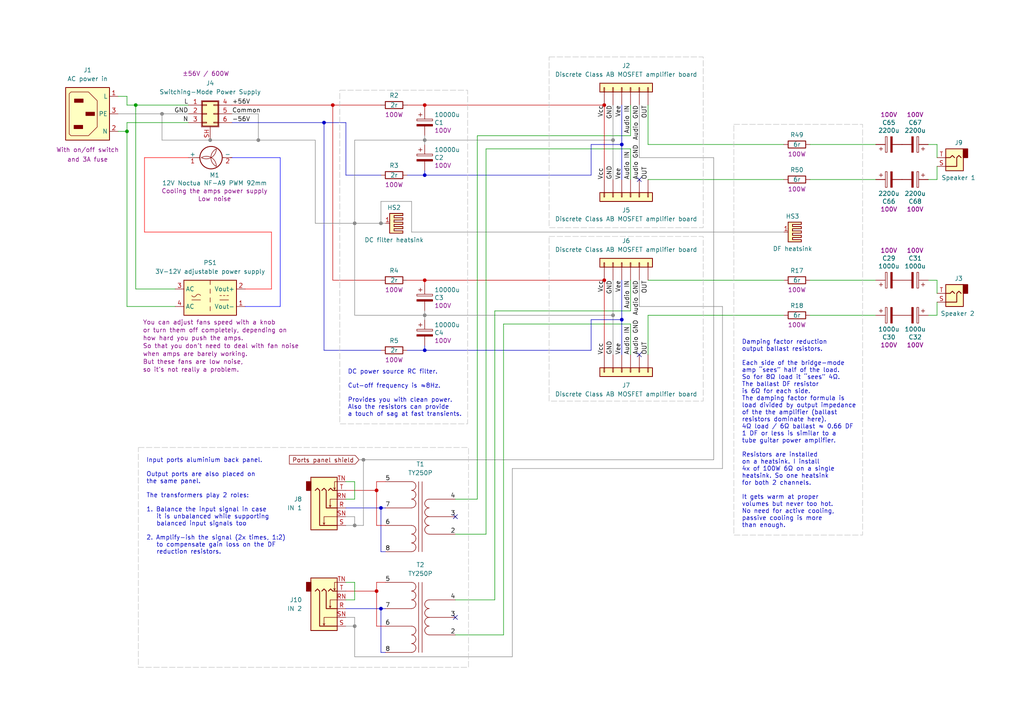
<source format=kicad_sch>
(kicad_sch (version 20250114) (generator "eeschema") (generator_version "9.0")
  (paper "A4")
  (title_block (title "Wenzel’s Powered Guitar Cabinet 2602") (date "February 2026") (rev "r1-wip-1") (comment 2 "installed into a cheap Harley Benton G112 guitar cabinet.") (comment 3 "(IRFP240 & IRFP9240) with damping factor ≲0.66 into 8Ω") (comment 4 "2 bridge-mode discrete Class AB amplifiers with MOSFET output stage"))
  (lib_symbols
    (symbol "Connector:IEC_60320_C14_Receptacle"
      (property "Reference" "J" (at -5.842 8.636 0))
      (property "Value" "IEC_60320_C14_Receptacle" (at 0 -9.144 0))
      (symbol "IEC_60320_C14_Receptacle_1_1"
        (rectangle (start -6.35 7.62) (end 6.35 -7.62) (stroke (width 0.254)) (fill (type background)))
        (polyline (pts (xy -4.826 -6.35) (xy -5.334 -5.842) (xy -5.334 5.842) (xy -4.826 6.35) (xy 0.254 6.35) (xy 2.794 3.81) (xy 2.794 -3.81) (xy 0.254 -6.35) (xy -4.826 -6.35)) (fill (type background)))
        (rectangle (start -3.937 -3.302) (end -1.397 -4.318) (fill (type outline)))
        (rectangle (start -3.81 4.318) (end -1.27 3.302) (fill (type outline)))
        (rectangle (start -0.508 0.508) (end 2.032 -0.508) (fill (type outline)))
        (pin power_in line (at 8.89 5.08 180) (length 2.54) (name "L") (number "1"))
        (pin bidirectional line (at 8.89 0 180) (length 2.54) (name "PE") (number "3"))
        (pin power_in line (at 8.89 -5.08 180) (length 2.54) (name "N") (number "2"))
      )
    )
    (symbol "Connector_Audio:AudioJack2"
      (property "Reference" "J" (at 0 8.89 0))
      (property "Value" "AudioJack2" (at 0 6.35 0))
      (symbol "AudioJack2_0_1"
        (rectangle (start -3.81 0) (end -2.54 -2.54) (stroke (width 0.254)) (fill (type outline)))
        (rectangle (start -2.54 3.81) (end 2.54 -2.54) (stroke (width 0.254)) (fill (type background)))
        (polyline (pts (xy 0 0) (xy 0.635 -0.635) (xy 1.27 0) (xy 2.54 0)) (stroke (width 0.254)))
        (polyline (pts (xy 2.54 2.54) (xy -0.635 2.54) (xy -0.635 0) (xy -1.27 -0.635) (xy -1.905 0)) (stroke (width 0.254)))
      )
      (symbol "AudioJack2_1_1"
        (pin passive line (at 5.08 2.54 180) (length 2.54) (name "~") (number "S"))
        (pin passive line (at 5.08 0 180) (length 2.54) (name "~") (number "T"))
      )
    )
    (symbol "Connector_Audio:AudioJack3_Switch"
      (property "Reference" "J" (at 0 11.43 0))
      (property "Value" "AudioJack3_Switch" (at 0 8.89 0))
      (symbol "AudioJack3_Switch_0_1"
        (rectangle (start -5.08 -5.08) (end -6.35 -7.62) (stroke (width 0.254)) (fill (type outline)))
        (polyline (pts (xy -1.905 -5.08) (xy -1.27 -5.715) (xy -0.635 -5.08) (xy -0.635 0) (xy 2.54 0)) (stroke (width 0.254)))
        (polyline (pts (xy -1.27 4.826) (xy -1.016 4.318)))
        (polyline (pts (xy 0 -5.08) (xy 0.635 -5.715) (xy 1.27 -5.08) (xy 2.54 -5.08)) (stroke (width 0.254)))
        (polyline (pts (xy 0.508 -0.254) (xy 0.762 -0.762)))
        (polyline (pts (xy 1.778 -5.334) (xy 2.032 -5.842)))
        (rectangle (start 2.54 6.35) (end -5.08 -8.89) (stroke (width 0.254)) (fill (type background)))
        (polyline (pts (xy 2.54 5.08) (xy -2.54 5.08) (xy -2.54 -5.08) (xy -3.175 -5.715) (xy -3.81 -5.08)) (stroke (width 0.254)))
        (polyline (pts (xy 2.54 2.54) (xy -1.27 2.54) (xy -1.27 4.826) (xy -1.524 4.318)))
        (polyline (pts (xy 2.54 -2.54) (xy 0.508 -2.54) (xy 0.508 -0.254) (xy 0.254 -0.762)))
        (polyline (pts (xy 2.54 -7.62) (xy 1.778 -7.62) (xy 1.778 -5.334) (xy 1.524 -5.842)))
      )
      (symbol "AudioJack3_Switch_1_1"
        (pin passive line (at 5.08 5.08 180) (length 2.54) (name "~") (number "S"))
        (pin passive line (at 5.08 2.54 180) (length 2.54) (name "~") (number "SN"))
        (pin passive line (at 5.08 0 180) (length 2.54) (name "~") (number "R"))
        (pin passive line (at 5.08 -2.54 180) (length 2.54) (name "~") (number "RN"))
        (pin passive line (at 5.08 -5.08 180) (length 2.54) (name "~") (number "T"))
        (pin passive line (at 5.08 -7.62 180) (length 2.54) (name "~") (number "TN"))
      )
    )
    (symbol "Connector_Generic:Conn_01x06" (pin_numbers (hide yes)) (pin_names (offset 1.016) (hide yes))
      (property "Reference" "J" (at 0 7.62 0))
      (property "Value" "Conn_01x06" (at 0 -10.16 0))
      (symbol "Conn_01x06_1_1"
        (rectangle (start -1.27 6.35) (end 1.27 -8.89) (stroke (width 0.254)) (fill (type background)))
        (rectangle (start -1.27 5.207) (end 0 4.953) (stroke (width 0.1524)))
        (rectangle (start -1.27 2.667) (end 0 2.413) (stroke (width 0.1524)))
        (rectangle (start -1.27 0.127) (end 0 -0.127) (stroke (width 0.1524)))
        (rectangle (start -1.27 -2.413) (end 0 -2.667) (stroke (width 0.1524)))
        (rectangle (start -1.27 -4.953) (end 0 -5.207) (stroke (width 0.1524)))
        (rectangle (start -1.27 -7.493) (end 0 -7.747) (stroke (width 0.1524)))
        (pin passive line (at -5.08 5.08 0) (length 3.81) (name "Pin_1") (number "1"))
        (pin passive line (at -5.08 2.54 0) (length 3.81) (name "Pin_2") (number "2"))
        (pin passive line (at -5.08 0 0) (length 3.81) (name "Pin_3") (number "3"))
        (pin passive line (at -5.08 -2.54 0) (length 3.81) (name "Pin_4") (number "4"))
        (pin passive line (at -5.08 -5.08 0) (length 3.81) (name "Pin_5") (number "5"))
        (pin passive line (at -5.08 -7.62 0) (length 3.81) (name "Pin_6") (number "6"))
      )
    )
    (symbol "Connector_Generic_Shielded:Conn_02x03_Top_Bottom_Shielded" (pin_names (offset 1.016) (hide yes))
      (property "Reference" "J" (at 1.524 4.826 0))
      (property "Value" "Conn_02x03_Top_Bottom_Shielded" (at 2.286 -4.826 0))
      (symbol "Conn_02x03_Top_Bottom_Shielded_1_1"
        (rectangle (start -1.27 3.81) (end 3.81 -3.81) (stroke (width 0.1524)))
        (rectangle (start -1.016 3.556) (end 3.556 -3.556) (stroke (width 0.254)) (fill (type background)))
        (rectangle (start -1.016 2.667) (end 0.254 2.413) (stroke (width 0.1524)))
        (rectangle (start -1.016 0.127) (end 0.254 -0.127) (stroke (width 0.1524)))
        (rectangle (start -1.016 -2.413) (end 0.254 -2.667) (stroke (width 0.1524)))
        (rectangle (start 3.556 2.667) (end 2.286 2.413) (stroke (width 0.1524)))
        (rectangle (start 3.556 0.127) (end 2.286 -0.127) (stroke (width 0.1524)))
        (rectangle (start 3.556 -2.413) (end 2.286 -2.667) (stroke (width 0.1524)))
        (pin passive line (at -5.08 2.54 0) (length 4.064) (name "Pin_1") (number "1"))
        (pin passive line (at -5.08 0 0) (length 4.064) (name "Pin_2") (number "2"))
        (pin passive line (at -5.08 -2.54 0) (length 4.064) (name "Pin_3") (number "3"))
        (pin passive line (at 1.27 -7.62 90) (length 3.81) (name "Shield") (number "SH"))
        (pin passive line (at 7.62 2.54 180) (length 4.064) (name "Pin_4") (number "4"))
        (pin passive line (at 7.62 0 180) (length 4.064) (name "Pin_5") (number "5"))
        (pin passive line (at 7.62 -2.54 180) (length 4.064) (name "Pin_6") (number "6"))
      )
    )
    (symbol "Converter_ACDC:TMLM05112"
      (property "Reference" "PS" (at 0 6.35 0))
      (property "Value" "TMLM05112" (at 0 -6.35 0))
      (symbol "TMLM05112_0_1"
        (rectangle (start -7.62 5.08) (end 7.62 -5.08) (stroke (width 0.254)) (fill (type background)))
        (polyline (pts (xy -5.334 -0.635) (xy -2.794 -0.635)))
        (arc (start -4.064 0.635) (mid -4.699 0.2495) (end -5.334 0.635))
        (arc (start -4.064 0.635) (mid -3.429 1.0072) (end -2.794 0.635))
        (polyline (pts (xy 0 5.08) (xy 0 3.81)))
        (polyline (pts (xy 0 2.54) (xy 0 1.27)))
        (polyline (pts (xy 0 0) (xy 0 -1.27)))
        (polyline (pts (xy 0 -2.54) (xy 0 -3.81)))
        (polyline (pts (xy 2.794 0.635) (xy 3.302 0.635)))
        (polyline (pts (xy 2.794 -0.635) (xy 5.334 -0.635)))
        (polyline (pts (xy 3.81 0.635) (xy 4.318 0.635)))
        (polyline (pts (xy 4.826 0.635) (xy 5.334 0.635)))
      )
      (symbol "TMLM05112_1_1"
        (pin power_in line (at -10.16 2.54 0) (length 2.54) (name "AC") (number "3"))
        (pin power_in line (at -10.16 -2.54 0) (length 2.54) (name "AC") (number "4"))
        (pin power_out line (at 10.16 2.54 180) (length 2.54) (name "Vout+") (number "2"))
        (pin power_out line (at 10.16 -2.54 180) (length 2.54) (name "Vout-") (number "1"))
      )
    )
    (symbol "Device:C_Polarized" (pin_numbers (hide yes)) (pin_names (offset 0.254))
      (property "Reference" "C" (at 0.635 2.54 0))
      (property "Value" "C_Polarized" (at 0.635 -2.54 0))
      (symbol "C_Polarized_0_1"
        (rectangle (start -2.286 0.508) (end 2.286 1.016))
        (polyline (pts (xy -1.778 2.286) (xy -0.762 2.286)))
        (polyline (pts (xy -1.27 2.794) (xy -1.27 1.778)))
        (rectangle (start 2.286 -0.508) (end -2.286 -1.016) (fill (type outline)))
      )
      (symbol "C_Polarized_1_1"
        (pin passive line (at 0 3.81 270) (length 2.794) (name "~") (number "1"))
        (pin passive line (at 0 -3.81 90) (length 2.794) (name "~") (number "2"))
      )
    )
    (symbol "Device:R" (pin_numbers (hide yes)) (pin_names (offset 0))
      (property "Reference" "R" (at 2.032 0 90))
      (property "Value" "R" (at 0 0 90))
      (symbol "R_0_1"
        (rectangle (start -1.016 -2.54) (end 1.016 2.54) (stroke (width 0.254)))
      )
      (symbol "R_1_1"
        (pin passive line (at 0 3.81 270) (length 1.27) (name "~") (number "1"))
        (pin passive line (at 0 -3.81 90) (length 1.27) (name "~") (number "2"))
      )
    )
    (symbol "Device:Transformer_SP_2S" (pin_numbers (hide yes)) (pin_names (offset 1.016) (hide yes))
      (property "Reference" "T" (at 0 12.7 0))
      (property "Value" "Transformer_SP_2S" (at 0 -12.7 0))
      (symbol "Transformer_SP_2S_0_1"
        (arc (start -1.27 3.81) (mid -1.656 2.9336) (end -2.54 2.5654))
        (arc (start -1.27 1.27) (mid -1.656 0.3936) (end -2.54 0.0254))
        (arc (start -1.27 -1.27) (mid -1.656 -2.1464) (end -2.54 -2.5146))
        (arc (start -1.27 -3.81) (mid -1.656 -4.6864) (end -2.54 -5.0546))
        (arc (start -2.54 5.08) (mid -1.642 4.708) (end -1.27 3.81))
        (arc (start -2.54 2.54) (mid -1.642 2.168) (end -1.27 1.27))
        (arc (start -2.54 0) (mid -1.642 -0.372) (end -1.27 -1.27))
        (arc (start -2.54 -2.54) (mid -1.642 -2.912) (end -1.27 -3.81))
        (polyline (pts (xy -0.508 -10.16) (xy -0.508 10.16)))
        (polyline (pts (xy 0.508 10.16) (xy 0.508 -10.16)))
        (arc (start 1.2954 8.89) (mid 1.6457 9.7917) (end 2.54 10.16))
        (arc (start 1.2954 6.35) (mid 1.6457 7.2517) (end 2.54 7.62))
        (arc (start 1.2954 3.81) (mid 1.6457 4.7117) (end 2.54 5.08))
        (arc (start 1.2954 -3.81) (mid 1.6457 -2.9083) (end 2.54 -2.54))
        (arc (start 1.2954 -6.35) (mid 1.6457 -5.4483) (end 2.54 -5.08))
        (arc (start 1.2954 -8.89) (mid 1.6457 -7.9883) (end 2.54 -7.62))
        (arc (start 2.54 7.6454) (mid 1.6599 8.0099) (end 1.2954 8.89))
        (arc (start 2.54 5.1054) (mid 1.6599 5.4699) (end 1.2954 6.35))
        (arc (start 2.54 2.5654) (mid 1.6599 2.9299) (end 1.2954 3.81))
        (arc (start 2.54 -5.0546) (mid 1.6599 -4.6901) (end 1.2954 -3.81))
        (arc (start 2.54 -7.5946) (mid 1.6599 -7.2301) (end 1.2954 -6.35))
        (arc (start 2.54 -10.1346) (mid 1.6599 -9.7701) (end 1.2954 -8.89))
      )
      (symbol "Transformer_SP_2S_1_1"
        (pin passive line (at -10.16 5.08 0) (length 7.62) (name "IN+") (number "1"))
        (pin passive line (at -10.16 0 0) (length 7.62) (name "PM") (number "2"))
        (pin passive line (at -10.16 -5.08 0) (length 7.62) (name "IN-") (number "3"))
        (pin passive line (at 10.16 10.16 180) (length 7.62) (name "OUT1A") (number "4"))
        (pin passive line (at 10.16 2.54 180) (length 7.62) (name "OUT1B") (number "5"))
        (pin passive line (at 10.16 -2.54 180) (length 7.62) (name "OUT2A") (number "6"))
        (pin passive line (at 10.16 -10.16 180) (length 7.62) (name "OUT2B") (number "7"))
      )
    )
    (symbol "Mechanical:Heatsink_Pad" (pin_names (offset 0))
      (property "Reference" "HS" (at 0 5.715 0))
      (property "Value" "Heatsink_Pad" (at 0 3.81 0))
      (symbol "Heatsink_Pad_0_1"
        (polyline (pts (xy -0.3302 0) (xy -0.9652 0) (xy -0.9652 2.54) (xy -1.6002 2.54) (xy -1.6002 0) (xy -2.2352 0) (xy -2.2352 2.54) (xy -2.8702 2.54) (xy -2.8702 -1.27) (xy -0.9652 -1.27)) (stroke (width 0.254)) (fill (type background)))
        (polyline (pts (xy -0.3302 0) (xy -0.3302 2.54) (xy 0.3048 2.54) (xy 0.3048 0) (xy 0.9398 0) (xy 0.9398 2.54) (xy 1.5748 2.54) (xy 1.5748 0) (xy 2.2098 0) (xy 2.2098 2.54) (xy 2.8448 2.54) (xy 2.8448 -1.27) (xy -0.9652 -1.27)) (stroke (width 0.254)) (fill (type background)))
      )
      (symbol "Heatsink_Pad_1_1"
        (pin passive line (at 0 -2.54 90) (length 1.27) (name "~") (number "1"))
      )
    )
    (symbol "Motor:Fan" (pin_names (offset 0))
      (property "Reference" "M" (at 2.54 5.08 0))
      (property "Value" "Fan" (at 2.54 -2.54 0))
      (symbol "Fan_0_1"
        (arc (start 0 3.81) (mid -0.0015 0.9048) (end -2.54 -0.508))
        (polyline (pts (xy 0 4.572) (xy 0 5.08)))
        (polyline (pts (xy 0 4.2672) (xy 0 4.6228)))
        (circle (center 0 1.016) (radius 3.2512) (stroke (width 0.254)))
        (arc (start -2.54 -0.508) (mid 0 1.0618) (end 2.54 -0.508))
        (polyline (pts (xy 0 -2.2352) (xy 0 -2.6416)))
        (polyline (pts (xy 0 -5.08) (xy 0 -4.572)))
        (arc (start 2.54 -0.508) (mid 0.047 0.9315) (end 0 3.81))
      )
      (symbol "Fan_1_1"
        (pin passive line (at 0 7.62 270) (length 2.54) (name "+") (number "1"))
        (pin passive line (at 0 -5.08 90) (length 2.54) (name "-") (number "2"))
      )
    )
  )
  (rectangle (start 159.258 68.58) (end 203.962 116.332) (stroke (width 0) (type dash) (color 194 194 194 1)))
  (rectangle (start 40.132 129.794) (end 135.89 193.548) (stroke (width 0) (type dash) (color 194 194 194 1)))
  (rectangle (start 98.552 26.162) (end 135.636 122.936) (stroke (width 0) (type dash) (color 194 194 194 1)))
  (rectangle (start 159.258 16.51) (end 203.962 66.04) (stroke (width 0) (type dash) (color 194 194 194 1)))
  (rectangle (start 212.852 36.068) (end 250.19 155.194) (stroke (width 0) (type dash) (color 194 194 194 1)))
  (text "DC power source RC filter.\n\nCut-off frequency is ≈8Hz.\n\nProvides you with clean power.\nAlso the resistors can provide\na touch of sag at fast transients." (at 100.838 107.188 0) (effects (font (size 1.27 1.27)) (justify left top)))
  (text "Input ports aluminium back panel.\n\nOutput ports are also placed on\nthe same panel.\n\nThe transformers play 2 roles:\n\n1. Balance the input signal in case\n   it is unbalanced while supporting\n   balanced input signals too\n\n2. Amplify-ish the signal (2x times, 1:2)\n   to compensate gain loss on the DF\n   reduction resistors." (at 42.418 132.842 0) (effects (font (size 1.27 1.27)) (justify left top)))
  (text "Damping factor reduction\noutput ballast resistors.\n\nEach side of the bridge-mode\namp “sees” half of the load.\nSo for 8Ω load it “sees” 4Ω.\nThe ballast DF resistor\nis 6Ω for each side.\nThe damping factor formula is\nload divided by output impedance\nof the the amplifier (ballast\nresistors dominate here).\n4Ω load / 6Ω ballast ≈ 0.66 DF\n1 DF or less is similar to a\ntube guitar power amplifier.\n\nResistors are installed\non a heatsink. I install\n4x of 100W 6Ω on a single\nheatsink. So one heatsink\nfor both 2 channels.\n\nIt gets warm at proper\nvolumes but never too hot.\nNo need for active cooling,\npassive cooling is more\nthan enough." (at 215.138 98.552 0) (effects (font (size 1.27 1.27)) (justify left top)))
  (junction (at 102.87 152.4) (color 132 132 132 1))
  (junction (at 123.19 50.8) (color 0 0 194 1))
  (junction (at 123.19 40.64) (color 132 132 132 1))
  (junction (at 175.26 30.48) (color 194 0 0 1))
  (junction (at 180.34 92.71) (color 0 0 194 1))
  (junction (at 123.19 30.48) (color 194 0 0 1))
  (junction (at 109.22 171.45) (color 194 0 0 1))
  (junction (at 102.87 64.77) (color 132 132 132 1))
  (junction (at 74.93 40.64) (color 132 132 132 1))
  (junction (at 175.26 81.28) (color 194 0 0 1))
  (junction (at 39.37 30.48))
  (junction (at 93.98 35.56) (color 0 0 194 1))
  (junction (at 60.96 40.64) (color 132 132 132 1))
  (junction (at 123.19 91.44) (color 132 132 132 1))
  (junction (at 123.19 101.6) (color 0 0 194 1))
  (junction (at 123.19 81.28) (color 194 0 0 1))
  (junction (at 180.34 41.91) (color 0 0 194 1))
  (junction (at 110.49 147.32) (color 0 0 194 1))
  (junction (at 36.83 38.1))
  (junction (at 102.87 181.61) (color 132 132 132 1))
  (junction (at 105.41 133.35) (color 132 132 132 1))
  (junction (at 177.8 40.64) (color 132 132 132 1))
  (junction (at 96.52 30.48) (color 194 0 0 1))
  (junction (at 177.8 91.44) (color 132 132 132 1))
  (junction (at 109.22 142.24) (color 194 0 0 1))
  (junction (at 110.49 64.77) (color 132 132 132 1))
  (junction (at 110.49 176.53) (color 0 0 194 1))
  (junction (at 46.99 33.02) (color 132 132 132 1))
  (no_connect (at 132.08 149.86))
  (no_connect (at 185.42 52.07))
  (no_connect (at 185.42 102.87))
  (no_connect (at 132.08 179.07))
  (wire (pts (xy 100.33 179.07) (xy 102.87 179.07)) (stroke (width 0) (color 132 132 132 1)))
  (wire (pts (xy 271.78 91.44) (xy 269.24 91.44)))
  (wire (pts (xy 110.49 50.8) (xy 100.33 50.8)) (stroke (width 0) (color 0 0 194 1)))
  (wire (pts (xy 105.41 133.35) (xy 105.41 152.4)) (stroke (width 0) (color 132 132 132 1)))
  (wire (pts (xy 109.22 142.24) (xy 109.22 139.7)) (stroke (width 0) (color 194 0 0 1)))
  (wire (pts (xy 104.14 133.35) (xy 105.41 133.35)) (stroke (width 0) (color 132 132 132 1)))
  (wire (pts (xy 138.43 39.37) (xy 138.43 144.78)))
  (wire (pts (xy 50.8 83.82) (xy 39.37 83.82)))
  (wire (pts (xy 102.87 64.77) (xy 91.44 64.77)) (stroke (width 0) (color 132 132 132 1)))
  (wire (pts (xy 111.76 152.4) (xy 109.22 152.4)) (stroke (width 0) (color 194 0 0 1)))
  (wire (pts (xy 109.22 181.61) (xy 109.22 171.45)) (stroke (width 0) (color 194 0 0 1)))
  (wire (pts (xy 185.42 81.28) (xy 185.42 88.9)) (stroke (width 0) (color 132 132 132 1)))
  (wire (pts (xy 209.55 135.89) (xy 148.59 135.89)) (stroke (width 0) (color 132 132 132 1)))
  (wire (pts (xy 177.8 91.44) (xy 177.8 81.28)) (stroke (width 0) (color 132 132 132 1)))
  (wire (pts (xy 102.87 149.86) (xy 102.87 152.4)) (stroke (width 0) (color 132 132 132 1)))
  (wire (pts (xy 102.87 173.99) (xy 102.87 168.91)))
  (wire (pts (xy 146.05 184.15) (xy 132.08 184.15)))
  (wire (pts (xy 171.45 92.71) (xy 180.34 92.71)) (stroke (width 0) (color 0 0 194 1)))
  (wire (pts (xy 123.19 81.28) (xy 123.19 82.55)) (stroke (width 0) (color 194 0 0 1)))
  (wire (pts (xy 100.33 173.99) (xy 102.87 173.99)))
  (wire (pts (xy 102.87 64.77) (xy 110.49 64.77)) (stroke (width 0) (color 132 132 132 1)))
  (wire (pts (xy 36.83 38.1) (xy 36.83 35.56)))
  (wire (pts (xy 123.19 41.91) (xy 123.19 40.64)) (stroke (width 0) (color 132 132 132 1)))
  (wire (pts (xy 102.87 168.91) (xy 100.33 168.91)))
  (wire (pts (xy 110.49 101.6) (xy 93.98 101.6)) (stroke (width 0) (color 0 0 194 1)))
  (wire (pts (xy 177.8 40.64) (xy 177.8 30.48)) (stroke (width 0) (color 132 132 132 1)))
  (wire (pts (xy 182.88 30.48) (xy 182.88 39.37)))
  (wire (pts (xy 175.26 30.48) (xy 175.26 52.07)) (stroke (width 0) (color 194 0 0 1)))
  (wire (pts (xy 182.88 102.87) (xy 182.88 93.98)))
  (wire (pts (xy 209.55 88.9) (xy 209.55 135.89)) (stroke (width 0) (color 132 132 132 1)))
  (wire (pts (xy 271.78 45.72) (xy 271.78 41.91)))
  (wire (pts (xy 207.01 45.72) (xy 207.01 133.35)) (stroke (width 0) (color 132 132 132 1)))
  (wire (pts (xy 119.38 58.42) (xy 110.49 58.42)) (stroke (width 0) (color 132 132 132 1)))
  (wire (pts (xy 111.76 147.32) (xy 110.49 147.32)) (stroke (width 0) (color 0 0 194 1)))
  (wire (pts (xy 185.42 45.72) (xy 207.01 45.72)) (stroke (width 0) (color 132 132 132 1)))
  (wire (pts (xy 180.34 41.91) (xy 180.34 30.48)) (stroke (width 0) (color 0 0 194 1)))
  (wire (pts (xy 100.33 142.24) (xy 109.22 142.24)) (stroke (width 0) (color 194 0 0 1)))
  (wire (pts (xy 180.34 92.71) (xy 180.34 81.28)) (stroke (width 0) (color 0 0 194 1)))
  (wire (pts (xy 119.38 67.31) (xy 227.33 67.31)) (stroke (width 0) (color 132 132 132 1)))
  (wire (pts (xy 102.87 139.7) (xy 100.33 139.7)))
  (wire (pts (xy 60.96 40.64) (xy 74.93 40.64)) (stroke (width 0) (color 132 132 132 1)))
  (wire (pts (xy 71.12 88.9) (xy 81.28 88.9)) (stroke (width 0) (color 0 0 255 0.5)))
  (wire (pts (xy 123.19 40.64) (xy 123.19 39.37)) (stroke (width 0) (color 132 132 132 1)))
  (wire (pts (xy 36.83 88.9) (xy 36.83 38.1)))
  (wire (pts (xy 123.19 40.64) (xy 177.8 40.64)) (stroke (width 0) (color 132 132 132 1)))
  (wire (pts (xy 207.01 133.35) (xy 105.41 133.35)) (stroke (width 0) (color 132 132 132 1)))
  (wire (pts (xy 185.42 30.48) (xy 185.42 45.72)) (stroke (width 0) (color 132 132 132 1)))
  (wire (pts (xy 119.38 67.31) (xy 119.38 58.42)) (stroke (width 0) (color 132 132 132 1)))
  (wire (pts (xy 39.37 30.48) (xy 54.61 30.48)))
  (wire (pts (xy 227.33 91.44) (xy 187.96 91.44)))
  (wire (pts (xy 50.8 88.9) (xy 36.83 88.9)))
  (wire (pts (xy 41.91 45.72) (xy 54.61 45.72)) (stroke (width 0) (color 255 0 0 0.5)))
  (wire (pts (xy 102.87 91.44) (xy 123.19 91.44)) (stroke (width 0) (color 132 132 132 1)))
  (wire (pts (xy 143.51 173.99) (xy 132.08 173.99)))
  (wire (pts (xy 109.22 168.91) (xy 111.76 168.91)) (stroke (width 0) (color 194 0 0 1)))
  (wire (pts (xy 143.51 90.17) (xy 143.51 173.99)))
  (wire (pts (xy 234.95 91.44) (xy 254 91.44)))
  (wire (pts (xy 171.45 101.6) (xy 171.45 92.71)) (stroke (width 0) (color 0 0 194 1)))
  (wire (pts (xy 91.44 64.77) (xy 91.44 40.64)) (stroke (width 0) (color 132 132 132 1)))
  (wire (pts (xy 102.87 40.64) (xy 123.19 40.64)) (stroke (width 0) (color 132 132 132 1)))
  (wire (pts (xy 123.19 30.48) (xy 175.26 30.48)) (stroke (width 0) (color 194 0 0 1)))
  (wire (pts (xy 110.49 176.53) (xy 110.49 189.23)) (stroke (width 0) (color 0 0 194 1)))
  (wire (pts (xy 96.52 30.48) (xy 110.49 30.48)) (stroke (width 0) (color 194 0 0 1)))
  (wire (pts (xy 123.19 50.8) (xy 171.45 50.8)) (stroke (width 0) (color 0 0 194 1)))
  (wire (pts (xy 100.33 171.45) (xy 109.22 171.45)) (stroke (width 0) (color 194 0 0 1)))
  (wire (pts (xy 175.26 81.28) (xy 175.26 102.87)) (stroke (width 0) (color 194 0 0 1)))
  (wire (pts (xy 123.19 50.8) (xy 123.19 49.53)) (stroke (width 0) (color 0 0 194 1)))
  (wire (pts (xy 182.88 39.37) (xy 138.43 39.37)))
  (wire (pts (xy 123.19 81.28) (xy 175.26 81.28)) (stroke (width 0) (color 194 0 0 1)))
  (wire (pts (xy 102.87 179.07) (xy 102.87 181.61)) (stroke (width 0) (color 132 132 132 1)))
  (wire (pts (xy 110.49 81.28) (xy 96.52 81.28)) (stroke (width 0) (color 194 0 0 1)))
  (wire (pts (xy 271.78 41.91) (xy 269.24 41.91)))
  (wire (pts (xy 100.33 147.32) (xy 110.49 147.32)) (stroke (width 0) (color 0 0 194 1)))
  (wire (pts (xy 71.12 83.82) (xy 78.74 83.82)) (stroke (width 0) (color 255 0 0 0.5)))
  (wire (pts (xy 171.45 50.8) (xy 171.45 41.91)) (stroke (width 0) (color 0 0 194 1)))
  (wire (pts (xy 102.87 152.4) (xy 100.33 152.4)) (stroke (width 0) (color 132 132 132 1)))
  (wire (pts (xy 36.83 27.94) (xy 36.83 30.48)))
  (wire (pts (xy 123.19 101.6) (xy 171.45 101.6)) (stroke (width 0) (color 0 0 194 1)))
  (wire (pts (xy 187.96 91.44) (xy 187.96 102.87)))
  (wire (pts (xy 78.74 67.31) (xy 41.91 67.31)) (stroke (width 0) (color 255 0 0 0.5)))
  (wire (pts (xy 123.19 91.44) (xy 177.8 91.44)) (stroke (width 0) (color 132 132 132 1)))
  (wire (pts (xy 34.29 27.94) (xy 36.83 27.94)))
  (wire (pts (xy 109.22 139.7) (xy 111.76 139.7)) (stroke (width 0) (color 194 0 0 1)))
  (wire (pts (xy 234.95 41.91) (xy 254 41.91)))
  (wire (pts (xy 100.33 144.78) (xy 102.87 144.78)))
  (wire (pts (xy 138.43 144.78) (xy 132.08 144.78)))
  (wire (pts (xy 118.11 101.6) (xy 123.19 101.6)) (stroke (width 0) (color 0 0 194 1)))
  (wire (pts (xy 93.98 35.56) (xy 67.31 35.56)) (stroke (width 0) (color 0 0 194 1)))
  (wire (pts (xy 118.11 81.28) (xy 123.19 81.28)) (stroke (width 0) (color 194 0 0 1)))
  (wire (pts (xy 102.87 144.78) (xy 102.87 139.7)))
  (wire (pts (xy 110.49 58.42) (xy 110.49 64.77)) (stroke (width 0) (color 132 132 132 1)))
  (wire (pts (xy 102.87 64.77) (xy 102.87 40.64)) (stroke (width 0) (color 132 132 132 1)))
  (wire (pts (xy 234.95 52.07) (xy 254 52.07)))
  (wire (pts (xy 182.88 52.07) (xy 182.88 43.18)))
  (wire (pts (xy 96.52 81.28) (xy 96.52 30.48)) (stroke (width 0) (color 194 0 0 1)))
  (wire (pts (xy 36.83 30.48) (xy 39.37 30.48)))
  (wire (pts (xy 148.59 190.5) (xy 102.87 190.5)) (stroke (width 0) (color 132 132 132 1)))
  (wire (pts (xy 41.91 67.31) (xy 41.91 45.72)) (stroke (width 0) (color 255 0 0 0.5)))
  (wire (pts (xy 227.33 41.91) (xy 187.96 41.91)))
  (wire (pts (xy 110.49 160.02) (xy 111.76 160.02)) (stroke (width 0) (color 0 0 194 1)))
  (wire (pts (xy 102.87 181.61) (xy 100.33 181.61)) (stroke (width 0) (color 132 132 132 1)))
  (wire (pts (xy 109.22 152.4) (xy 109.22 142.24)) (stroke (width 0) (color 194 0 0 1)))
  (wire (pts (xy 100.33 149.86) (xy 102.87 149.86)) (stroke (width 0) (color 132 132 132 1)))
  (wire (pts (xy 111.76 176.53) (xy 110.49 176.53)) (stroke (width 0) (color 0 0 194 1)))
  (wire (pts (xy 34.29 33.02) (xy 46.99 33.02)) (stroke (width 0) (color 132 132 132 1)))
  (wire (pts (xy 46.99 33.02) (xy 54.61 33.02)) (stroke (width 0) (color 132 132 132 1)))
  (wire (pts (xy 185.42 88.9) (xy 209.55 88.9)) (stroke (width 0) (color 132 132 132 1)))
  (wire (pts (xy 148.59 135.89) (xy 148.59 190.5)) (stroke (width 0) (color 132 132 132 1)))
  (wire (pts (xy 187.96 41.91) (xy 187.96 30.48)))
  (wire (pts (xy 78.74 67.31) (xy 78.74 83.82)) (stroke (width 0) (color 255 0 0 0.5)))
  (wire (pts (xy 74.93 33.02) (xy 67.31 33.02)) (stroke (width 0) (color 132 132 132 1)))
  (wire (pts (xy 100.33 176.53) (xy 110.49 176.53)) (stroke (width 0) (color 0 0 194 1)))
  (wire (pts (xy 34.29 38.1) (xy 36.83 38.1)))
  (wire (pts (xy 180.34 41.91) (xy 180.34 52.07)) (stroke (width 0) (color 0 0 194 1)))
  (wire (pts (xy 123.19 30.48) (xy 123.19 31.75)) (stroke (width 0) (color 194 0 0 1)))
  (wire (pts (xy 111.76 181.61) (xy 109.22 181.61)) (stroke (width 0) (color 194 0 0 1)))
  (wire (pts (xy 187.96 52.07) (xy 227.33 52.07)))
  (wire (pts (xy 234.95 81.28) (xy 254 81.28)))
  (wire (pts (xy 271.78 52.07) (xy 269.24 52.07)))
  (wire (pts (xy 110.49 189.23) (xy 111.76 189.23)) (stroke (width 0) (color 0 0 194 1)))
  (wire (pts (xy 171.45 41.91) (xy 180.34 41.91)) (stroke (width 0) (color 0 0 194 1)))
  (wire (pts (xy 105.41 152.4) (xy 102.87 152.4)) (stroke (width 0) (color 132 132 132 1)))
  (wire (pts (xy 146.05 93.98) (xy 146.05 184.15)))
  (wire (pts (xy 81.28 45.72) (xy 81.28 88.9)) (stroke (width 0) (color 0 0 255 0.5)))
  (wire (pts (xy 123.19 90.17) (xy 123.19 91.44)) (stroke (width 0) (color 132 132 132 1)))
  (wire (pts (xy 118.11 30.48) (xy 123.19 30.48)) (stroke (width 0) (color 194 0 0 1)))
  (wire (pts (xy 180.34 92.71) (xy 180.34 102.87)) (stroke (width 0) (color 0 0 194 1)))
  (wire (pts (xy 227.33 81.28) (xy 187.96 81.28)))
  (wire (pts (xy 111.76 64.77) (xy 110.49 64.77)) (stroke (width 0) (color 132 132 132 1)))
  (wire (pts (xy 123.19 101.6) (xy 123.19 100.33)) (stroke (width 0) (color 0 0 194 1)))
  (wire (pts (xy 74.93 40.64) (xy 91.44 40.64)) (stroke (width 0) (color 132 132 132 1)))
  (wire (pts (xy 67.31 30.48) (xy 96.52 30.48)) (stroke (width 0) (color 194 0 0 1)))
  (wire (pts (xy 271.78 81.28) (xy 269.24 81.28)))
  (wire (pts (xy 110.49 147.32) (xy 110.49 160.02)) (stroke (width 0) (color 0 0 194 1)))
  (wire (pts (xy 102.87 64.77) (xy 102.87 91.44)) (stroke (width 0) (color 132 132 132 1)))
  (wire (pts (xy 46.99 40.64) (xy 60.96 40.64)) (stroke (width 0) (color 132 132 132 1)))
  (wire (pts (xy 177.8 91.44) (xy 177.8 102.87)) (stroke (width 0) (color 132 132 132 1)))
  (wire (pts (xy 100.33 35.56) (xy 93.98 35.56)) (stroke (width 0) (color 0 0 194 1)))
  (wire (pts (xy 271.78 85.09) (xy 271.78 81.28)))
  (wire (pts (xy 271.78 48.26) (xy 271.78 52.07)))
  (wire (pts (xy 39.37 83.82) (xy 39.37 30.48)))
  (wire (pts (xy 100.33 50.8) (xy 100.33 35.56)) (stroke (width 0) (color 0 0 194 1)))
  (wire (pts (xy 123.19 91.44) (xy 123.19 92.71)) (stroke (width 0) (color 132 132 132 1)))
  (wire (pts (xy 182.88 93.98) (xy 146.05 93.98)))
  (wire (pts (xy 102.87 190.5) (xy 102.87 181.61)) (stroke (width 0) (color 132 132 132 1)))
  (wire (pts (xy 81.28 45.72) (xy 67.31 45.72)) (stroke (width 0) (color 0 0 255 0.5)))
  (wire (pts (xy 177.8 40.64) (xy 177.8 52.07)) (stroke (width 0) (color 132 132 132 1)))
  (wire (pts (xy 36.83 35.56) (xy 54.61 35.56)))
  (wire (pts (xy 46.99 33.02) (xy 46.99 40.64)) (stroke (width 0) (color 132 132 132 1)))
  (wire (pts (xy 140.97 43.18) (xy 140.97 154.94)))
  (wire (pts (xy 182.88 90.17) (xy 143.51 90.17)))
  (wire (pts (xy 271.78 87.63) (xy 271.78 91.44)))
  (wire (pts (xy 93.98 101.6) (xy 93.98 35.56)) (stroke (width 0) (color 0 0 194 1)))
  (wire (pts (xy 118.11 50.8) (xy 123.19 50.8)) (stroke (width 0) (color 0 0 194 1)))
  (wire (pts (xy 74.93 40.64) (xy 74.93 33.02)) (stroke (width 0) (color 132 132 132 1)))
  (wire (pts (xy 140.97 154.94) (xy 132.08 154.94)))
  (wire (pts (xy 182.88 43.18) (xy 140.97 43.18)))
  (wire (pts (xy 109.22 171.45) (xy 109.22 168.91)) (stroke (width 0) (color 194 0 0 1)))
  (wire (pts (xy 182.88 81.28) (xy 182.88 90.17)))
  (label "2" (at 132.08 184.15 180))
  (label "OUT" (at 187.96 30.48 270))
  (label "GND" (at 177.8 102.87 90))
  (label "Audio GND" (at 185.42 102.87 90))
  (label "Vee" (at 180.34 30.48 270))
  (label "N" (at 54.61 35.56 180))
  (label "Audio IN" (at 182.88 102.87 90))
  (label "Vee" (at 180.34 52.07 90))
  (label "5" (at 111.76 168.91 0))
  (label "-56V" (at 67.31 35.56 0))
  (label "Audio IN" (at 182.88 81.28 270))
  (label "6" (at 111.76 181.61 0))
  (label "2" (at 132.08 154.94 180))
  (label "Audio GND" (at 185.42 81.28 270))
  (label "Vee" (at 180.34 102.87 90))
  (label "Common" (at 67.31 33.02 0))
  (label "4" (at 132.08 173.99 180))
  (label "3" (at 132.08 149.86 180))
  (label "Vee" (at 180.34 81.28 270))
  (label "GND" (at 177.8 30.48 270))
  (label "5" (at 111.76 139.7 0))
  (label "7" (at 111.76 176.53 0))
  (label "8" (at 111.76 189.23 0))
  (label "Audio GND" (at 185.42 30.48 270))
  (label "Vcc" (at 175.26 52.07 90))
  (label "3" (at 132.08 179.07 180))
  (label "GND" (at 54.61 33.02 180))
  (label "7" (at 111.76 147.32 0))
  (label "Vcc" (at 175.26 102.87 90))
  (label "GND" (at 177.8 81.28 270))
  (label "L" (at 54.61 30.48 180))
  (label "OUT" (at 187.96 81.28 270))
  (label "Audio IN" (at 182.88 52.07 90))
  (label "Audio IN" (at 182.88 30.48 270))
  (label "OUT" (at 187.96 102.87 90))
  (label "GND" (at 177.8 52.07 90))
  (label "4" (at 132.08 144.78 180))
  (label "Audio GND" (at 185.42 52.07 90))
  (label "+56V" (at 67.31 30.48 0))
  (label "Vcc" (at 175.26 81.28 270))
  (label "8" (at 111.76 160.02 0))
  (label "OUT" (at 187.96 52.07 90))
  (label "Vcc" (at 175.26 30.48 270))
  (label "6" (at 111.76 152.4 0))
  (global_label "Ports panel shield" (shape input) (at 104.14 133.35 180) (property "Intersheetrefs" "${INTERSHEET_REFS}" (effects (hide yes))))
  (symbol (lib_id "Device:C_Polarized") (at 123.19 45.72 0) (unit 1)
    (property "Reference" "C2" (at 125.984 45.72 0) (effects (justify left)))
    (property "Value" "10000u" (at 125.984 43.434 0) (effects (justify left)))
    (property "Description" "Polarized capacitor" (effects (hide yes)))
    (property "Field5" "100V" (at 125.984 48.006 0) (effects (justify left)))
  )
  (symbol (lib_id "Device:R") (at 114.3 30.48 270) (unit 1)
    (property "Reference" "R2" (at 114.3 27.686 90))
    (property "Value" "2r" (at 114.3 30.48 90))
    (property "Description" "Resistor" (effects (hide yes)))
    (property "Field5" "100W" (at 114.3 33.274 90))
  )
  (symbol (lib_id "Motor:Fan") (at 62.23 45.72 90) (unit 1)
    (property "Reference" "M1" (at 62.23 50.8 90))
    (property "Value" "12V Noctua NF-A9 PWM 92mm" (at 62.23 53.086 90))
    (property "Description" "Fan" (effects (hide yes)))
    (property "Field5" "Cooling the amps power supply" (at 62.23 55.372 90))
    (property "Field6" "Low noise" (at 62.23 57.658 90))
  )
  (symbol (lib_id "Connector_Audio:AudioJack3_Switch") (at 95.25 147.32 0) (mirror x) (unit 1)
    (property "Reference" "J8" (at 87.63 144.7799 0) (effects (justify right)))
    (property "Value" "IN 1" (at 87.63 147.3199 0) (effects (justify right)))
    (property "Description" "Audio Jack, 3 Poles (Stereo / TRS), Switched Poles (Normalling)" (effects (hide yes)))
  )
  (symbol (lib_id "Device:Transformer_SP_2S") (at 121.92 149.86 0) (mirror y) (unit 1)
    (property "Reference" "T1" (at 121.92 134.62 0))
    (property "Value" "TY250P" (at 121.92 137.16 0))
    (property "Description" "Transformer, split primary, dual secondary" (effects (hide yes)))
  )
  (symbol (lib_id "Device:C_Polarized") (at 265.43 41.91 270) (mirror x) (unit 1)
    (property "Reference" "C67" (at 265.43 35.56 90))
    (property "Value" "2200u" (at 265.43 37.846 90))
    (property "Description" "Polarized capacitor" (effects (hide yes)))
    (property "Field5" "100V" (at 265.43 33.274 90))
  )
  (symbol (lib_id "Connector_Generic:Conn_01x06") (at 182.88 107.95 270) (unit 1)
    (property "Reference" "J7" (at 181.61 111.76 90))
    (property "Value" "Discrete Class AB MOSFET amplifier board" (at 181.61 114.3 90))
    (property "Description" "Generic connector, single row, 01x06, script generated (kicad-library-utils/schlib/autogen/connector/)" (effects (hide yes)))
  )
  (symbol (lib_id "Device:R") (at 231.14 91.44 270) (unit 1)
    (property "Reference" "R18" (at 231.14 88.646 90))
    (property "Value" "6r" (at 231.14 91.44 90))
    (property "Description" "Resistor" (effects (hide yes)))
    (property "Field5" "100W" (at 231.14 94.234 90))
  )
  (symbol (lib_id "Device:R") (at 114.3 101.6 270) (unit 1)
    (property "Reference" "R5" (at 114.3 98.806 90))
    (property "Value" "2r" (at 114.3 101.6 90))
    (property "Description" "Resistor" (effects (hide yes)))
    (property "Field5" "100W" (at 114.3 104.394 90))
  )
  (symbol (lib_id "Connector_Generic:Conn_01x06") (at 180.34 76.2 90) (unit 1)
    (property "Reference" "J6" (at 181.61 69.85 90))
    (property "Value" "Discrete Class AB MOSFET amplifier board" (at 181.61 72.39 90))
    (property "Description" "Generic connector, single row, 01x06, script generated (kicad-library-utils/schlib/autogen/connector/)" (effects (hide yes)))
  )
  (symbol (lib_id "Device:C_Polarized") (at 123.19 96.52 0) (unit 1)
    (property "Reference" "C4" (at 125.984 96.52 0) (effects (justify left)))
    (property "Value" "10000u" (at 125.984 94.234 0) (effects (justify left)))
    (property "Description" "Polarized capacitor" (effects (hide yes)))
    (property "Field5" "100V" (at 125.984 98.806 0) (effects (justify left)))
  )
  (symbol (lib_id "Device:C_Polarized") (at 257.81 81.28 90) (unit 1)
    (property "Reference" "C29" (at 257.81 74.93 90))
    (property "Value" "1000u" (at 257.81 77.216 90))
    (property "Description" "Polarized capacitor" (effects (hide yes)))
    (property "Field5" "100V" (at 257.81 72.644 90))
  )
  (symbol (lib_id "Device:R") (at 231.14 41.91 270) (unit 1)
    (property "Reference" "R49" (at 231.14 39.116 90))
    (property "Value" "6r" (at 231.14 41.91 90))
    (property "Description" "Resistor" (effects (hide yes)))
    (property "Field5" "100W" (at 231.14 44.704 90))
  )
  (symbol (lib_id "Device:R") (at 114.3 81.28 270) (unit 1)
    (property "Reference" "R4" (at 114.3 78.486 90))
    (property "Value" "2r" (at 114.3 81.28 90))
    (property "Description" "Resistor" (effects (hide yes)))
    (property "Field5" "100W" (at 114.3 84.074 90))
  )
  (symbol (lib_id "Device:C_Polarized") (at 265.43 91.44 270) (unit 1)
    (property "Reference" "C32" (at 265.43 97.79 90))
    (property "Value" "1000u" (at 265.43 95.504 90))
    (property "Description" "Polarized capacitor" (effects (hide yes)))
    (property "Field5" "100V" (at 265.43 100.076 90))
  )
  (symbol (lib_id "Device:C_Polarized") (at 257.81 91.44 90) (mirror x) (unit 1)
    (property "Reference" "C30" (at 257.81 97.79 90))
    (property "Value" "1000u" (at 257.81 95.504 90))
    (property "Description" "Polarized capacitor" (effects (hide yes)))
    (property "Field5" "100V" (at 257.81 100.076 90))
  )
  (symbol (lib_id "Connector_Audio:AudioJack2") (at 276.86 85.09 180) (unit 1)
    (property "Reference" "J3" (at 276.86 80.772 0) (effects (justify right)))
    (property "Value" "Speaker 2" (at 272.796 90.932 0) (effects (justify right)))
    (property "Description" "Audio Jack, 2 Poles (Mono / TS)" (effects (hide yes)))
  )
  (symbol (lib_id "Connector_Generic:Conn_01x06") (at 180.34 25.4 90) (unit 1)
    (property "Reference" "J2" (at 181.61 19.05 90))
    (property "Value" "Discrete Class AB MOSFET amplifier board" (at 181.61 21.59 90))
    (property "Description" "Generic connector, single row, 01x06, script generated (kicad-library-utils/schlib/autogen/connector/)" (effects (hide yes)))
  )
  (symbol (lib_id "Connector_Generic_Shielded:Conn_02x03_Top_Bottom_Shielded") (at 59.69 33.02 0) (unit 1)
    (property "Reference" "J4" (at 60.96 24.13 0))
    (property "Value" "Switching-Mode Power Supply" (at 60.96 26.67 0))
    (property "Description" "Generic shielded connector, double row, 02x03, top/bottom pin numbering scheme (row 1: 1...pins_per_row, row2: pins_per_row+1 ... num_pins), script generated (kicad-library-utils/schlib/autogen/connector/)" (effects (hide yes)))
    (property "Field5" "±56V / 600W" (at 59.69 21.336 0))
  )
  (symbol (lib_id "Device:C_Polarized") (at 265.43 81.28 270) (mirror x) (unit 1)
    (property "Reference" "C31" (at 265.43 74.93 90))
    (property "Value" "1000u" (at 265.43 77.216 90))
    (property "Description" "Polarized capacitor" (effects (hide yes)))
    (property "Field5" "100V" (at 265.43 72.644 90))
  )
  (symbol (lib_id "Device:C_Polarized") (at 257.81 52.07 90) (mirror x) (unit 1)
    (property "Reference" "C66" (at 257.81 58.42 90))
    (property "Value" "2200u" (at 257.81 56.134 90))
    (property "Description" "Polarized capacitor" (effects (hide yes)))
    (property "Field5" "100V" (at 257.81 60.706 90))
  )
  (symbol (lib_id "Connector_Audio:AudioJack3_Switch") (at 95.25 176.53 0) (mirror x) (unit 1)
    (property "Reference" "J10" (at 87.63 173.9899 0) (effects (justify right)))
    (property "Value" "IN 2" (at 87.63 176.5299 0) (effects (justify right)))
    (property "Description" "Audio Jack, 3 Poles (Stereo / TRS), Switched Poles (Normalling)" (effects (hide yes)))
  )
  (symbol (lib_id "Device:C_Polarized") (at 123.19 86.36 0) (unit 1)
    (property "Reference" "C3" (at 125.984 86.36 0) (effects (justify left)))
    (property "Value" "10000u" (at 125.984 84.074 0) (effects (justify left)))
    (property "Description" "Polarized capacitor" (effects (hide yes)))
    (property "Field5" "100V" (at 125.984 88.646 0) (effects (justify left)))
  )
  (symbol (lib_id "Connector_Audio:AudioJack2") (at 276.86 45.72 180) (unit 1)
    (property "Reference" "J9" (at 276.86 41.402 0) (effects (justify right)))
    (property "Value" "Speaker 1" (at 273.05 51.562 0) (effects (justify right)))
    (property "Description" "Audio Jack, 2 Poles (Mono / TS)" (effects (hide yes)))
  )
  (symbol (lib_id "Connector:IEC_60320_C14_Receptacle") (at 25.4 33.02 0) (unit 1)
    (property "Reference" "J1" (at 25.4 20.32 0))
    (property "Value" "AC power in" (at 25.4 22.86 0))
    (property "Description" "C14 Plug, 10A max" (effects (hide yes)))
    (property "Field5" "With on/off switch" (at 25.4 43.434 0))
    (property "Field6" "and 3A fuse" (at 25.4 46.228 0))
  )
  (symbol (lib_id "Device:C_Polarized") (at 257.81 41.91 90) (unit 1)
    (property "Reference" "C65" (at 257.81 35.56 90))
    (property "Value" "2200u" (at 257.81 37.846 90))
    (property "Description" "Polarized capacitor" (effects (hide yes)))
    (property "Field5" "100V" (at 257.81 33.274 90))
  )
  (symbol (lib_id "Mechanical:Heatsink_Pad") (at 229.87 67.31 270) (unit 1)
    (property "Reference" "HS3" (at 229.87 62.738 90))
    (property "Value" "DF heatsink" (at 229.87 72.136 90))
    (property "Description" "Heatsink with electrical connection, 1 pin" (effects (hide yes)))
  )
  (symbol (lib_id "Device:R") (at 231.14 52.07 270) (unit 1)
    (property "Reference" "R50" (at 231.14 49.276 90))
    (property "Value" "6r" (at 231.14 52.07 90))
    (property "Description" "Resistor" (effects (hide yes)))
    (property "Field5" "100W" (at 231.14 54.864 90))
  )
  (symbol (lib_id "Connector_Generic:Conn_01x06") (at 182.88 57.15 270) (unit 1)
    (property "Reference" "J5" (at 181.61 60.96 90))
    (property "Value" "Discrete Class AB MOSFET amplifier board" (at 181.61 63.5 90))
    (property "Description" "Generic connector, single row, 01x06, script generated (kicad-library-utils/schlib/autogen/connector/)" (effects (hide yes)))
  )
  (symbol (lib_id "Device:Transformer_SP_2S") (at 121.92 179.07 0) (mirror y) (unit 1)
    (property "Reference" "T2" (at 121.92 163.83 0))
    (property "Value" "TY250P" (at 121.92 166.37 0))
    (property "Description" "Transformer, split primary, dual secondary" (effects (hide yes)))
  )
  (symbol (lib_id "Mechanical:Heatsink_Pad") (at 114.3 64.77 270) (unit 1)
    (property "Reference" "HS2" (at 114.3 60.198 90))
    (property "Value" "DC filter heatsink" (at 114.3 69.596 90))
    (property "Description" "Heatsink with electrical connection, 1 pin" (effects (hide yes)))
  )
  (symbol (lib_id "Converter_ACDC:TMLM05112") (at 60.96 86.36 0) (unit 1)
    (property "Reference" "PS1" (at 60.96 76.2 0))
    (property "Value" "3V-12V adjustable power supply" (at 60.96 78.74 0))
    (property "Footprint" "Converter_ACDC:Converter_ACDC_TRACO_TMLM-05_THT" (effects (hide yes)))
    (property "Datasheet" "https://www.tracopower.com/products/tmlm.pdf" (effects (hide yes)))
    (property "Description" "12V 420mA AC/DC low noise power module" (effects (hide yes)))
    (property "Field5" "You can adjust fans speed with a knob" (at 41.402 92.71 0) (effects (justify left top)))
    (property "Field6" "or turn them off completely, depending on" (at 41.402 94.996 0) (effects (justify left top)))
    (property "Field7" "how hard you push the amps." (at 41.402 97.282 0) (effects (justify left top)))
    (property "Field8" "So that you don’t need to deal with fan noise" (at 41.402 99.568 0) (effects (justify left top)))
    (property "Field9" "when amps are barely working." (at 41.402 101.854 0) (effects (justify left top)))
    (property "Field10" "But these fans are low noise," (at 41.402 104.14 0) (effects (justify left top)))
    (property "Field11" "so it’s not really a problem." (at 41.402 106.426 0) (effects (justify left top)))
  )
  (symbol (lib_id "Device:R") (at 114.3 50.8 270) (unit 1)
    (property "Reference" "R3" (at 114.3 48.006 90))
    (property "Value" "2r" (at 114.3 50.8 90))
    (property "Description" "Resistor" (effects (hide yes)))
    (property "Field5" "100W" (at 114.3 53.594 90))
  )
  (symbol (lib_id "Device:R") (at 231.14 81.28 270) (unit 1)
    (property "Reference" "R17" (at 231.14 78.486 90))
    (property "Value" "6r" (at 231.14 81.28 90))
    (property "Description" "Resistor" (effects (hide yes)))
    (property "Field5" "100W" (at 231.14 84.074 90))
  )
  (symbol (lib_id "Device:C_Polarized") (at 265.43 52.07 270) (unit 1)
    (property "Reference" "C68" (at 265.43 58.42 90))
    (property "Value" "2200u" (at 265.43 56.134 90))
    (property "Description" "Polarized capacitor" (effects (hide yes)))
    (property "Field5" "100V" (at 265.43 60.706 90))
  )
  (symbol (lib_id "Device:C_Polarized") (at 123.19 35.56 0) (unit 1)
    (property "Reference" "C1" (at 125.984 35.56 0) (effects (justify left)))
    (property "Value" "10000u" (at 125.984 33.274 0) (effects (justify left)))
    (property "Description" "Polarized capacitor" (effects (hide yes)))
    (property "Field5" "100V" (at 125.984 37.846 0) (effects (justify left)))
  )
)
</source>
